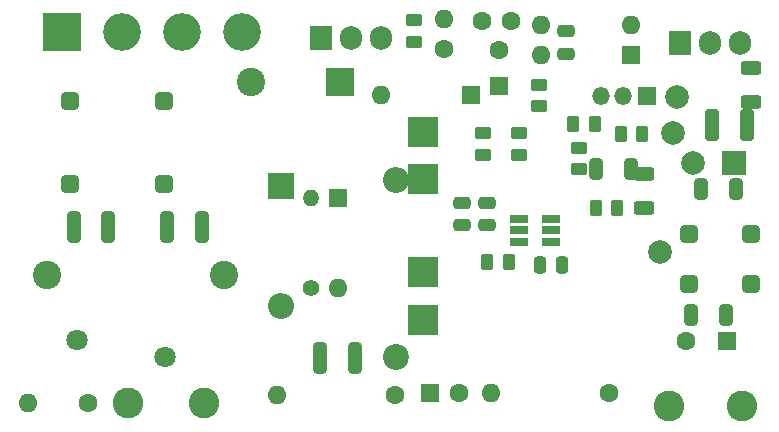
<source format=gbr>
G04 #@! TF.GenerationSoftware,KiCad,Pcbnew,(6.0.5)*
G04 #@! TF.CreationDate,2022-05-09T22:53:36+02:00*
G04 #@! TF.ProjectId,Zasilacz_impulsowy_FAN6602R,5a617369-6c61-4637-9a5f-696d70756c73,rev?*
G04 #@! TF.SameCoordinates,Original*
G04 #@! TF.FileFunction,Soldermask,Bot*
G04 #@! TF.FilePolarity,Negative*
%FSLAX46Y46*%
G04 Gerber Fmt 4.6, Leading zero omitted, Abs format (unit mm)*
G04 Created by KiCad (PCBNEW (6.0.5)) date 2022-05-09 22:53:36*
%MOMM*%
%LPD*%
G01*
G04 APERTURE LIST*
G04 Aperture macros list*
%AMRoundRect*
0 Rectangle with rounded corners*
0 $1 Rounding radius*
0 $2 $3 $4 $5 $6 $7 $8 $9 X,Y pos of 4 corners*
0 Add a 4 corners polygon primitive as box body*
4,1,4,$2,$3,$4,$5,$6,$7,$8,$9,$2,$3,0*
0 Add four circle primitives for the rounded corners*
1,1,$1+$1,$2,$3*
1,1,$1+$1,$4,$5*
1,1,$1+$1,$6,$7*
1,1,$1+$1,$8,$9*
0 Add four rect primitives between the rounded corners*
20,1,$1+$1,$2,$3,$4,$5,0*
20,1,$1+$1,$4,$5,$6,$7,0*
20,1,$1+$1,$6,$7,$8,$9,0*
20,1,$1+$1,$8,$9,$2,$3,0*%
%AMFreePoly0*
4,1,5,1.270000,-1.270000,-1.270000,-1.270000,-1.270000,1.270000,1.270000,1.270000,1.270000,-1.270000,1.270000,-1.270000,$1*%
G04 Aperture macros list end*
%ADD10C,2.600000*%
%ADD11R,3.200000X3.200000*%
%ADD12C,3.200000*%
%ADD13C,1.600000*%
%ADD14O,1.600000X1.600000*%
%ADD15R,1.905000X2.000000*%
%ADD16O,1.905000X2.000000*%
%ADD17R,1.600000X1.600000*%
%ADD18FreePoly0,90.000000*%
%ADD19C,2.000000*%
%ADD20R,2.200000X2.200000*%
%ADD21O,2.200000X2.200000*%
%ADD22R,1.500000X1.500000*%
%ADD23O,1.500000X1.500000*%
%ADD24RoundRect,0.381000X0.381000X0.381000X-0.381000X0.381000X-0.381000X-0.381000X0.381000X-0.381000X0*%
%ADD25R,2.400000X2.400000*%
%ADD26C,2.400000*%
%ADD27C,1.400000*%
%ADD28O,1.400000X1.400000*%
%ADD29C,1.800000*%
%ADD30R,2.000000X2.000000*%
%ADD31C,2.200000*%
%ADD32RoundRect,0.250000X0.312500X1.075000X-0.312500X1.075000X-0.312500X-1.075000X0.312500X-1.075000X0*%
%ADD33RoundRect,0.250000X0.325000X1.100000X-0.325000X1.100000X-0.325000X-1.100000X0.325000X-1.100000X0*%
%ADD34RoundRect,0.250000X-0.625000X0.312500X-0.625000X-0.312500X0.625000X-0.312500X0.625000X0.312500X0*%
%ADD35RoundRect,0.250000X-0.262500X-0.450000X0.262500X-0.450000X0.262500X0.450000X-0.262500X0.450000X0*%
%ADD36RoundRect,0.250000X0.450000X-0.262500X0.450000X0.262500X-0.450000X0.262500X-0.450000X-0.262500X0*%
%ADD37RoundRect,0.250000X0.262500X0.450000X-0.262500X0.450000X-0.262500X-0.450000X0.262500X-0.450000X0*%
%ADD38RoundRect,0.250000X0.475000X-0.250000X0.475000X0.250000X-0.475000X0.250000X-0.475000X-0.250000X0*%
%ADD39RoundRect,0.250000X0.250000X0.475000X-0.250000X0.475000X-0.250000X-0.475000X0.250000X-0.475000X0*%
%ADD40RoundRect,0.250000X-0.475000X0.250000X-0.475000X-0.250000X0.475000X-0.250000X0.475000X0.250000X0*%
%ADD41RoundRect,0.250000X-0.325000X-0.650000X0.325000X-0.650000X0.325000X0.650000X-0.325000X0.650000X0*%
%ADD42RoundRect,0.250000X0.325000X0.650000X-0.325000X0.650000X-0.325000X-0.650000X0.325000X-0.650000X0*%
%ADD43R,1.560000X0.650000*%
%ADD44RoundRect,0.250000X-0.312500X-1.075000X0.312500X-1.075000X0.312500X1.075000X-0.312500X1.075000X0*%
%ADD45RoundRect,0.250000X-0.450000X0.262500X-0.450000X-0.262500X0.450000X-0.262500X0.450000X0.262500X0*%
G04 APERTURE END LIST*
D10*
G04 #@! TO.C,TP1*
X136600000Y-117200000D03*
G04 #@! TD*
D11*
G04 #@! TO.C,D1*
X124575000Y-85825000D03*
D12*
X129655000Y-85825000D03*
X134735000Y-85825000D03*
X139815000Y-85825000D03*
G04 #@! TD*
D13*
G04 #@! TO.C,C8*
X170950000Y-116350000D03*
D14*
X160950000Y-116350000D03*
G04 #@! TD*
D15*
G04 #@! TO.C,Q1*
X146510000Y-86295000D03*
D16*
X149050000Y-86295000D03*
X151590000Y-86295000D03*
G04 #@! TD*
D17*
G04 #@! TO.C,C13*
X155744888Y-116350000D03*
D13*
X158244888Y-116350000D03*
G04 #@! TD*
D17*
G04 #@! TO.C,C4*
X180900000Y-111950000D03*
D13*
X177400000Y-111950000D03*
G04 #@! TD*
D18*
G04 #@! TO.C,T1*
X155200000Y-94250000D03*
X155200000Y-98250000D03*
X155200000Y-106150000D03*
X155200000Y-110150000D03*
D19*
X176300000Y-94350000D03*
X175200000Y-104450000D03*
G04 #@! TD*
D20*
G04 #@! TO.C,D4*
X143100000Y-98850000D03*
D21*
X143100000Y-109010000D03*
G04 #@! TD*
D10*
G04 #@! TO.C,TP3*
X182150000Y-117500000D03*
G04 #@! TD*
D22*
G04 #@! TO.C,U3*
X174100000Y-91250000D03*
D23*
X172130000Y-91250000D03*
X170200000Y-91250000D03*
G04 #@! TD*
D17*
G04 #@! TO.C,D6*
X148000000Y-99890000D03*
D14*
X148000000Y-107510000D03*
G04 #@! TD*
D24*
G04 #@! TO.C,FL1*
X133250000Y-98650000D03*
X133250000Y-91650000D03*
X125250000Y-98650000D03*
X125250000Y-91650000D03*
G04 #@! TD*
D17*
G04 #@! TO.C,C12*
X161600000Y-90355113D03*
D13*
X161600000Y-87355113D03*
G04 #@! TD*
G04 #@! TO.C,R7*
X156950000Y-87270000D03*
D14*
X156950000Y-84730000D03*
G04 #@! TD*
D15*
G04 #@! TO.C,D2*
X176960000Y-86695000D03*
D16*
X179500000Y-86695000D03*
X182040000Y-86695000D03*
G04 #@! TD*
D17*
G04 #@! TO.C,D5*
X159210000Y-91150000D03*
D14*
X151590000Y-91150000D03*
G04 #@! TD*
D25*
G04 #@! TO.C,C6*
X148115216Y-90000000D03*
D26*
X140615216Y-90000000D03*
G04 #@! TD*
G04 #@! TO.C,C2*
X138300000Y-106350000D03*
X123300000Y-106350000D03*
G04 #@! TD*
D24*
G04 #@! TO.C,FL2*
X182905000Y-107100000D03*
X182905000Y-102900000D03*
X177705000Y-107100000D03*
X177705000Y-102900000D03*
G04 #@! TD*
D17*
G04 #@! TO.C,U2*
X172800000Y-87775000D03*
D14*
X172800000Y-85235000D03*
X165180000Y-85235000D03*
X165180000Y-87775000D03*
G04 #@! TD*
D27*
G04 #@! TO.C,R5*
X145700000Y-107500000D03*
D28*
X145700000Y-99880000D03*
G04 #@! TD*
D13*
G04 #@! TO.C,TH1*
X162650000Y-84900000D03*
X160150000Y-84900000D03*
G04 #@! TD*
G04 #@! TO.C,F1*
X126800000Y-117200000D03*
D14*
X121720000Y-117200000D03*
G04 #@! TD*
D29*
G04 #@! TO.C,RV1*
X133350000Y-113300000D03*
X125850000Y-111900000D03*
G04 #@! TD*
D10*
G04 #@! TO.C,TP4*
X175950000Y-117500000D03*
G04 #@! TD*
D30*
G04 #@! TO.C,C7*
X181500000Y-96900000D03*
D19*
X178000000Y-96900000D03*
G04 #@! TD*
D10*
G04 #@! TO.C,TP2*
X130200000Y-117200000D03*
G04 #@! TD*
D13*
G04 #@! TO.C,C3*
X152800000Y-116550000D03*
D14*
X142800000Y-116550000D03*
G04 #@! TD*
D19*
G04 #@! TO.C,*
X176700000Y-91300000D03*
G04 #@! TD*
D31*
G04 #@! TO.C,D3*
X152850000Y-113325000D03*
D21*
X152850000Y-98325000D03*
G04 #@! TD*
D32*
G04 #@! TO.C,R2*
X136412500Y-102350000D03*
X133487500Y-102350000D03*
G04 #@! TD*
D33*
G04 #@! TO.C,C1*
X182575000Y-93700000D03*
X179625000Y-93700000D03*
G04 #@! TD*
D34*
G04 #@! TO.C,R12*
X173900000Y-97787500D03*
X173900000Y-100712500D03*
G04 #@! TD*
D35*
G04 #@! TO.C,R16*
X171887500Y-94400000D03*
X173712500Y-94400000D03*
G04 #@! TD*
D36*
G04 #@! TO.C,R8*
X160200000Y-96212500D03*
X160200000Y-94387500D03*
G04 #@! TD*
D37*
G04 #@! TO.C,R6*
X162412500Y-105300000D03*
X160587500Y-105300000D03*
G04 #@! TD*
D38*
G04 #@! TO.C,C15*
X167300000Y-87650000D03*
X167300000Y-85750000D03*
G04 #@! TD*
D36*
G04 #@! TO.C,R15*
X168400000Y-97412500D03*
X168400000Y-95587500D03*
G04 #@! TD*
D37*
G04 #@! TO.C,R14*
X169712500Y-93600000D03*
X167887500Y-93600000D03*
G04 #@! TD*
D34*
G04 #@! TO.C,R1*
X182900000Y-88837500D03*
X182900000Y-91762500D03*
G04 #@! TD*
D39*
G04 #@! TO.C,C10*
X166950000Y-105500000D03*
X165050000Y-105500000D03*
G04 #@! TD*
D36*
G04 #@! TO.C,R13*
X163300000Y-96212500D03*
X163300000Y-94387500D03*
G04 #@! TD*
D40*
G04 #@! TO.C,C11*
X158500000Y-100250000D03*
X158500000Y-102150000D03*
G04 #@! TD*
D32*
G04 #@! TO.C,R3*
X128512500Y-102350000D03*
X125587500Y-102350000D03*
G04 #@! TD*
D41*
G04 #@! TO.C,C14*
X169825000Y-97400000D03*
X172775000Y-97400000D03*
G04 #@! TD*
D42*
G04 #@! TO.C,C16*
X181675000Y-99100000D03*
X178725000Y-99100000D03*
G04 #@! TD*
D43*
G04 #@! TO.C,U1*
X163300000Y-103550000D03*
X163300000Y-102600000D03*
X163300000Y-101650000D03*
X166000000Y-101650000D03*
X166000000Y-102600000D03*
X166000000Y-103550000D03*
G04 #@! TD*
D44*
G04 #@! TO.C,R4*
X146437500Y-113400000D03*
X149362500Y-113400000D03*
G04 #@! TD*
D40*
G04 #@! TO.C,C9*
X160600000Y-100250000D03*
X160600000Y-102150000D03*
G04 #@! TD*
D41*
G04 #@! TO.C,C5*
X177825000Y-109800000D03*
X180775000Y-109800000D03*
G04 #@! TD*
D37*
G04 #@! TO.C,R10*
X171612500Y-100700000D03*
X169787500Y-100700000D03*
G04 #@! TD*
D36*
G04 #@! TO.C,R17*
X165000000Y-92112500D03*
X165000000Y-90287500D03*
G04 #@! TD*
D45*
G04 #@! TO.C,R9*
X154400000Y-84787500D03*
X154400000Y-86612500D03*
G04 #@! TD*
M02*

</source>
